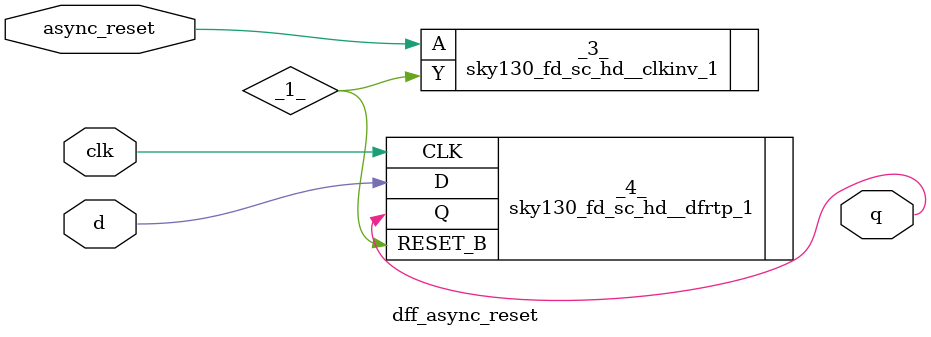
<source format=v>
/* Generated by Yosys 0.7 (git sha1 61f6811, gcc 6.2.0-11ubuntu1 -O2 -fdebug-prefix-map=/build/yosys-OIL3SR/yosys-0.7=. -fstack-protector-strong -fPIC -Os) */

module dff_async_reset(clk, async_reset, d, q);
  wire _0_;
  wire _1_;
  wire _2_;
  input async_reset;
  input clk;
  input d;
  output q;
  sky130_fd_sc_hd__clkinv_1 _3_ (
    .A(_0_),
    .Y(_1_)
  );
  sky130_fd_sc_hd__dfrtp_1 _4_ (
    .CLK(clk),
    .D(d),
    .Q(q),
    .RESET_B(_2_)
  );
  assign _0_ = async_reset;
  assign _2_ = _1_;
endmodule

</source>
